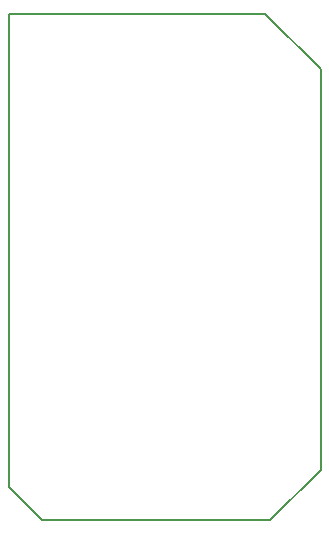
<source format=gbr>
G04 #@! TF.FileFunction,Profile,NP*
%FSLAX46Y46*%
G04 Gerber Fmt 4.6, Leading zero omitted, Abs format (unit mm)*
G04 Created by KiCad (PCBNEW 4.0.7-e2-6376~58~ubuntu16.04.1) date Thu Oct  4 00:19:24 2018*
%MOMM*%
%LPD*%
G01*
G04 APERTURE LIST*
%ADD10C,0.100000*%
%ADD11C,0.150000*%
G04 APERTURE END LIST*
D10*
D11*
X135300000Y-145100000D02*
X138100000Y-147900000D01*
X135300000Y-105000000D02*
X135300000Y-145100000D01*
X157000000Y-105000000D02*
X135300000Y-105000000D01*
X161700000Y-109700000D02*
X157000000Y-105000000D01*
X161700000Y-143600000D02*
X161700000Y-109700000D01*
X157400000Y-147900000D02*
X161700000Y-143600000D01*
X138100000Y-147900000D02*
X157400000Y-147900000D01*
M02*

</source>
